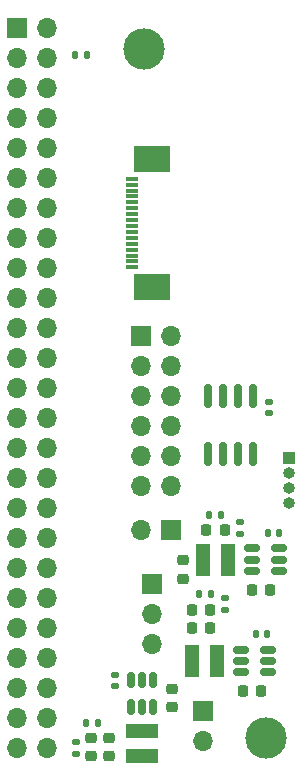
<source format=gbr>
%TF.GenerationSoftware,KiCad,Pcbnew,(6.0.4)*%
%TF.CreationDate,2023-05-30T00:11:29+09:00*%
%TF.ProjectId,BajieHeader,42616a69-6548-4656-9164-65722e6b6963,rev?*%
%TF.SameCoordinates,Original*%
%TF.FileFunction,Soldermask,Top*%
%TF.FilePolarity,Negative*%
%FSLAX46Y46*%
G04 Gerber Fmt 4.6, Leading zero omitted, Abs format (unit mm)*
G04 Created by KiCad (PCBNEW (6.0.4)) date 2023-05-30 00:11:29*
%MOMM*%
%LPD*%
G01*
G04 APERTURE LIST*
G04 Aperture macros list*
%AMRoundRect*
0 Rectangle with rounded corners*
0 $1 Rounding radius*
0 $2 $3 $4 $5 $6 $7 $8 $9 X,Y pos of 4 corners*
0 Add a 4 corners polygon primitive as box body*
4,1,4,$2,$3,$4,$5,$6,$7,$8,$9,$2,$3,0*
0 Add four circle primitives for the rounded corners*
1,1,$1+$1,$2,$3*
1,1,$1+$1,$4,$5*
1,1,$1+$1,$6,$7*
1,1,$1+$1,$8,$9*
0 Add four rect primitives between the rounded corners*
20,1,$1+$1,$2,$3,$4,$5,0*
20,1,$1+$1,$4,$5,$6,$7,0*
20,1,$1+$1,$6,$7,$8,$9,0*
20,1,$1+$1,$8,$9,$2,$3,0*%
G04 Aperture macros list end*
%ADD10RoundRect,0.140000X-0.140000X-0.170000X0.140000X-0.170000X0.140000X0.170000X-0.140000X0.170000X0*%
%ADD11RoundRect,0.135000X-0.135000X-0.185000X0.135000X-0.185000X0.135000X0.185000X-0.135000X0.185000X0*%
%ADD12RoundRect,0.225000X-0.250000X0.225000X-0.250000X-0.225000X0.250000X-0.225000X0.250000X0.225000X0*%
%ADD13RoundRect,0.140000X0.170000X-0.140000X0.170000X0.140000X-0.170000X0.140000X-0.170000X-0.140000X0*%
%ADD14RoundRect,0.150000X-0.512500X-0.150000X0.512500X-0.150000X0.512500X0.150000X-0.512500X0.150000X0*%
%ADD15RoundRect,0.150000X0.150000X-0.512500X0.150000X0.512500X-0.150000X0.512500X-0.150000X-0.512500X0*%
%ADD16R,1.700000X1.700000*%
%ADD17O,1.700000X1.700000*%
%ADD18R,1.000000X1.000000*%
%ADD19O,1.000000X1.000000*%
%ADD20C,3.500000*%
%ADD21C,2.600000*%
%ADD22RoundRect,0.225000X0.225000X0.250000X-0.225000X0.250000X-0.225000X-0.250000X0.225000X-0.250000X0*%
%ADD23RoundRect,0.135000X-0.185000X0.135000X-0.185000X-0.135000X0.185000X-0.135000X0.185000X0.135000X0*%
%ADD24RoundRect,0.140000X0.140000X0.170000X-0.140000X0.170000X-0.140000X-0.170000X0.140000X-0.170000X0*%
%ADD25R,2.800000X1.175000*%
%ADD26R,1.175000X2.800000*%
%ADD27RoundRect,0.135000X0.185000X-0.135000X0.185000X0.135000X-0.185000X0.135000X-0.185000X-0.135000X0*%
%ADD28RoundRect,0.150000X-0.150000X0.825000X-0.150000X-0.825000X0.150000X-0.825000X0.150000X0.825000X0*%
%ADD29R,1.100000X0.300000*%
%ADD30R,3.100000X2.300000*%
G04 APERTURE END LIST*
D10*
%TO.C,C15*%
X99926200Y-99898200D03*
X100886200Y-99898200D03*
%TD*%
D11*
%TO.C,R3*%
X94130400Y-105105200D03*
X95150400Y-105105200D03*
%TD*%
D12*
%TO.C,C16*%
X92786200Y-102222000D03*
X92786200Y-103772000D03*
%TD*%
D13*
%TO.C,C6*%
X87020401Y-112851599D03*
X87020401Y-111891599D03*
%TD*%
D14*
%TO.C,U2*%
X97668500Y-109768600D03*
X97668500Y-110718600D03*
X97668500Y-111668600D03*
X99943500Y-111668600D03*
X99943500Y-110718600D03*
X99943500Y-109768600D03*
%TD*%
D15*
%TO.C,U1*%
X88331000Y-114652100D03*
X89281000Y-114652100D03*
X90231000Y-114652100D03*
X90231000Y-112377100D03*
X89281000Y-112377100D03*
X88331000Y-112377100D03*
%TD*%
D10*
%TO.C,C7*%
X98961000Y-108458000D03*
X99921000Y-108458000D03*
%TD*%
D16*
%TO.C,J7*%
X90144600Y-104216200D03*
D17*
X90144600Y-106756200D03*
X90144600Y-109296200D03*
%TD*%
D12*
%TO.C,C4*%
X91795600Y-113093200D03*
X91795600Y-114643200D03*
%TD*%
D18*
%TO.C,J6*%
X101777800Y-93548200D03*
D19*
X101777800Y-94818200D03*
X101777800Y-96088200D03*
X101777800Y-97358200D03*
%TD*%
D20*
%TO.C,H2*%
X99771200Y-117221000D03*
D21*
X99771200Y-117221000D03*
%TD*%
D22*
%TO.C,C17*%
X96304400Y-99669600D03*
X94754400Y-99669600D03*
%TD*%
D11*
%TO.C,R5*%
X94943200Y-98374200D03*
X95963200Y-98374200D03*
%TD*%
D23*
%TO.C,R6*%
X97586800Y-98956400D03*
X97586800Y-99976400D03*
%TD*%
D22*
%TO.C,C3*%
X100139800Y-104698800D03*
X98589800Y-104698800D03*
%TD*%
D16*
%TO.C,J1*%
X78735000Y-57155000D03*
D17*
X81275000Y-57155000D03*
X78735000Y-59695000D03*
X81275000Y-59695000D03*
X78735000Y-62235000D03*
X81275000Y-62235000D03*
X78735000Y-64775000D03*
X81275000Y-64775000D03*
X78735000Y-67315000D03*
X81275000Y-67315000D03*
X78735000Y-69855000D03*
X81275000Y-69855000D03*
X78735000Y-72395000D03*
X81275000Y-72395000D03*
X78735000Y-74935000D03*
X81275000Y-74935000D03*
X78735000Y-77475000D03*
X81275000Y-77475000D03*
X78735000Y-80015000D03*
X81275000Y-80015000D03*
X78735000Y-82555000D03*
X81275000Y-82555000D03*
X78735000Y-85095000D03*
X81275000Y-85095000D03*
X78735000Y-87635000D03*
X81275000Y-87635000D03*
X78735000Y-90175000D03*
X81275000Y-90175000D03*
X78735000Y-92715000D03*
X81275000Y-92715000D03*
X78735000Y-95255000D03*
X81275000Y-95255000D03*
X78735000Y-97795000D03*
X81275000Y-97795000D03*
X78735000Y-100335000D03*
X81275000Y-100335000D03*
X78735000Y-102875000D03*
X81275000Y-102875000D03*
X78735000Y-105415000D03*
X81275000Y-105415000D03*
X78735000Y-107955000D03*
X81275000Y-107955000D03*
X78735000Y-110495000D03*
X81275000Y-110495000D03*
X78735000Y-113035000D03*
X81275000Y-113035000D03*
X78735000Y-115575000D03*
X81275000Y-115575000D03*
X78735000Y-118115000D03*
X81275000Y-118115000D03*
%TD*%
D23*
%TO.C,R4*%
X96316800Y-105382600D03*
X96316800Y-106402600D03*
%TD*%
D16*
%TO.C,J3*%
X89199800Y-83185000D03*
D17*
X91739800Y-83185000D03*
X89199800Y-85725000D03*
X91739800Y-85725000D03*
X89199800Y-88265000D03*
X91739800Y-88265000D03*
X89199800Y-90805000D03*
X91739800Y-90805000D03*
X89199800Y-93345000D03*
X91739800Y-93345000D03*
X89199800Y-95885000D03*
X91739800Y-95885000D03*
%TD*%
D12*
%TO.C,C11*%
X84963001Y-117260799D03*
X84963001Y-118810799D03*
%TD*%
D11*
%TO.C,R2*%
X84580000Y-116001800D03*
X85600000Y-116001800D03*
%TD*%
D13*
%TO.C,C8*%
X100076000Y-89735600D03*
X100076000Y-88775600D03*
%TD*%
D20*
%TO.C,H1*%
X89433400Y-58902600D03*
D21*
X89433400Y-58902600D03*
%TD*%
D14*
%TO.C,U4*%
X98608300Y-101208800D03*
X98608300Y-102158800D03*
X98608300Y-103108800D03*
X100883300Y-103108800D03*
X100883300Y-102158800D03*
X100883300Y-101208800D03*
%TD*%
D24*
%TO.C,C14*%
X84604800Y-59410600D03*
X83644800Y-59410600D03*
%TD*%
D16*
%TO.C,J5*%
X91744800Y-99618800D03*
D17*
X89204800Y-99618800D03*
%TD*%
D22*
%TO.C,C5*%
X99403200Y-113258600D03*
X97853200Y-113258600D03*
%TD*%
D25*
%TO.C,L1*%
X89281000Y-116643500D03*
X89281000Y-118818500D03*
%TD*%
D22*
%TO.C,C12*%
X95059801Y-106400599D03*
X93509801Y-106400599D03*
%TD*%
D26*
%TO.C,L3*%
X96616900Y-102158800D03*
X94441900Y-102158800D03*
%TD*%
D22*
%TO.C,C10*%
X95059801Y-107950000D03*
X93509801Y-107950000D03*
%TD*%
D27*
%TO.C,R1*%
X83667600Y-118621999D03*
X83667600Y-117601999D03*
%TD*%
D12*
%TO.C,C9*%
X86512400Y-117260799D03*
X86512400Y-118810799D03*
%TD*%
D16*
%TO.C,J4*%
X94462600Y-115011200D03*
D17*
X94462600Y-117551200D03*
%TD*%
D26*
%TO.C,L2*%
X95677100Y-110718600D03*
X93502100Y-110718600D03*
%TD*%
D28*
%TO.C,U3*%
X98729800Y-88279200D03*
X97459800Y-88279200D03*
X96189800Y-88279200D03*
X94919800Y-88279200D03*
X94919800Y-93229200D03*
X96189800Y-93229200D03*
X97459800Y-93229200D03*
X98729800Y-93229200D03*
%TD*%
D29*
%TO.C,J2*%
X88439000Y-77410000D03*
X88439000Y-76910000D03*
X88439000Y-76410000D03*
X88439000Y-75910000D03*
X88439000Y-75410000D03*
X88439000Y-74910000D03*
X88439000Y-74410000D03*
X88439000Y-73910000D03*
X88439000Y-73410000D03*
X88439000Y-72910000D03*
X88439000Y-72410000D03*
X88439000Y-71910000D03*
X88439000Y-71410000D03*
X88439000Y-70910000D03*
X88439000Y-70410000D03*
X88439000Y-69910000D03*
D30*
X90139000Y-79080000D03*
X90139000Y-68240000D03*
%TD*%
M02*

</source>
